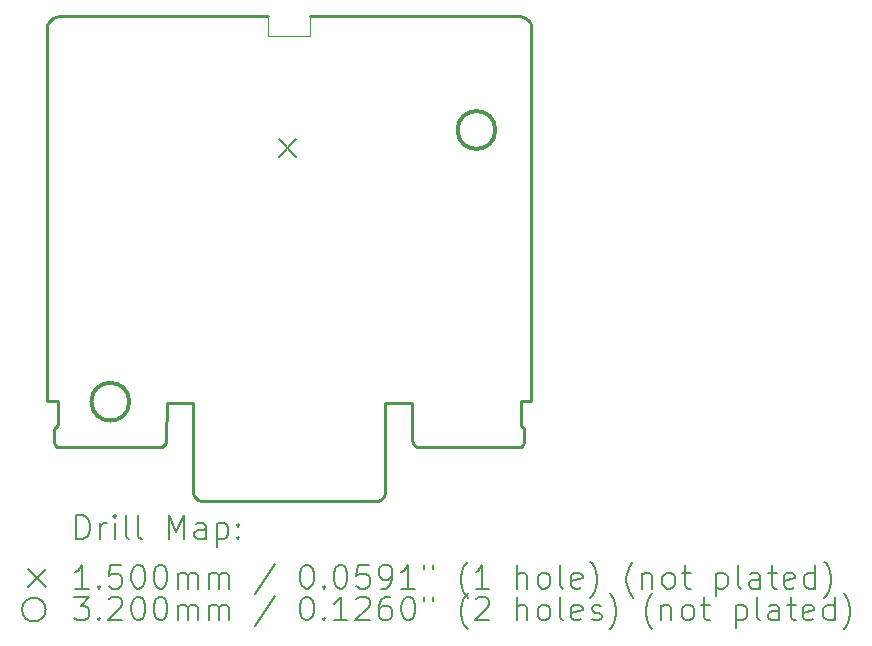
<source format=gbr>
%TF.GenerationSoftware,KiCad,Pcbnew,8.0.2*%
%TF.CreationDate,2024-05-11T12:06:00+10:00*%
%TF.ProjectId,hawk,6861776b-2e6b-4696-9361-645f70636258,1*%
%TF.SameCoordinates,Original*%
%TF.FileFunction,Drillmap*%
%TF.FilePolarity,Positive*%
%FSLAX45Y45*%
G04 Gerber Fmt 4.5, Leading zero omitted, Abs format (unit mm)*
G04 Created by KiCad (PCBNEW 8.0.2) date 2024-05-11 12:06:00*
%MOMM*%
%LPD*%
G01*
G04 APERTURE LIST*
%ADD10C,0.254000*%
%ADD11C,0.100000*%
%ADD12C,0.200000*%
%ADD13C,0.150000*%
%ADD14C,0.320000*%
G04 APERTURE END LIST*
D10*
X14687630Y-8187650D02*
X12914550Y-8187650D01*
X15943130Y-11832890D02*
X15967050Y-11837650D01*
X12881700Y-11812650D02*
X12900000Y-11830950D01*
X13819790Y-11799070D02*
X13824550Y-11775150D01*
D11*
X15037630Y-8187650D02*
X15037630Y-8356600D01*
D10*
X16914550Y-11447650D02*
X16824550Y-11447650D01*
X16800000Y-11837650D02*
X16825000Y-11830950D01*
X12843840Y-8216940D02*
X12827950Y-8237650D01*
X16843300Y-11812650D02*
X16850000Y-11787650D01*
X16911140Y-8261770D02*
X16901150Y-8237650D01*
X16800000Y-11837650D02*
X15967050Y-11837650D01*
X12827950Y-8237650D02*
X12817960Y-8261770D01*
X13785970Y-11832890D02*
X13806240Y-11819340D01*
X12817960Y-8261770D02*
X12814550Y-8287650D01*
X15922860Y-11819340D02*
X15943130Y-11832890D01*
X12900000Y-11830950D02*
X12925000Y-11837650D01*
X13806240Y-11819340D02*
X13819790Y-11799070D01*
X14053550Y-11462650D02*
X13825800Y-11462650D01*
X14071860Y-12269340D02*
X14092130Y-12282890D01*
X16864550Y-8201050D02*
X16840430Y-8191060D01*
X14092130Y-12282890D02*
X14116050Y-12287650D01*
X16824550Y-11447650D02*
X16824550Y-11647650D01*
X15657240Y-12269340D02*
X15670790Y-12249070D01*
X15613050Y-12287650D02*
X14116050Y-12287650D01*
X16825000Y-11830950D02*
X16843300Y-11812650D01*
X15670790Y-12249070D02*
X15675550Y-12225150D01*
X13762050Y-11837650D02*
X13785970Y-11832890D01*
X13762050Y-11837650D02*
X12925000Y-11837650D01*
X14058310Y-12249070D02*
X14071860Y-12269340D01*
X15904550Y-11462650D02*
X15904550Y-11775150D01*
X12864550Y-8201050D02*
X12843840Y-8216940D01*
X12914550Y-8187650D02*
X12888670Y-8191060D01*
X12904550Y-11647650D02*
X12875000Y-11678920D01*
X16850000Y-11678920D02*
X16824550Y-11647650D01*
X16814550Y-8187650D02*
X15037630Y-8187650D01*
X15613050Y-12287650D02*
X15636970Y-12282890D01*
X14053550Y-12225150D02*
X14058310Y-12249070D01*
X12904550Y-11447650D02*
X12904550Y-11647650D01*
X16840430Y-8191060D02*
X16814550Y-8187650D01*
X16885260Y-8216940D02*
X16864550Y-8201050D01*
X12888670Y-8191060D02*
X12864550Y-8201050D01*
X12814550Y-8287650D02*
X12814550Y-11447650D01*
D11*
X15037630Y-8356600D02*
X14687630Y-8356600D01*
D10*
X12875000Y-11787650D02*
X12881700Y-11812650D01*
D11*
X14687630Y-8356600D02*
X14687630Y-8187650D01*
D10*
X15636970Y-12282890D02*
X15657240Y-12269340D01*
X13825800Y-11462650D02*
X13824550Y-11775150D01*
X15904550Y-11462650D02*
X15675550Y-11462650D01*
X12904550Y-11447650D02*
X12814550Y-11447650D01*
X12875000Y-11678920D02*
X12875000Y-11787650D01*
X15675550Y-11462650D02*
X15675550Y-12225150D01*
X14053550Y-11462650D02*
X14053550Y-12225150D01*
X16914550Y-8287650D02*
X16911140Y-8261770D01*
X15909310Y-11799070D02*
X15922860Y-11819340D01*
X16914550Y-8287650D02*
X16914550Y-11447650D01*
X16850000Y-11678920D02*
X16850000Y-11787650D01*
X16901150Y-8237650D02*
X16885260Y-8216940D01*
X15904550Y-11775150D02*
X15909310Y-11799070D01*
D12*
D13*
X14775000Y-9225000D02*
X14925000Y-9375000D01*
X14925000Y-9225000D02*
X14775000Y-9375000D01*
D14*
X13510000Y-11450000D02*
G75*
G02*
X13190000Y-11450000I-160000J0D01*
G01*
X13190000Y-11450000D02*
G75*
G02*
X13510000Y-11450000I160000J0D01*
G01*
X16610000Y-9150000D02*
G75*
G02*
X16290000Y-9150000I-160000J0D01*
G01*
X16290000Y-9150000D02*
G75*
G02*
X16610000Y-9150000I160000J0D01*
G01*
D12*
X13062627Y-12611834D02*
X13062627Y-12411834D01*
X13062627Y-12411834D02*
X13110246Y-12411834D01*
X13110246Y-12411834D02*
X13138817Y-12421358D01*
X13138817Y-12421358D02*
X13157865Y-12440405D01*
X13157865Y-12440405D02*
X13167389Y-12459453D01*
X13167389Y-12459453D02*
X13176912Y-12497548D01*
X13176912Y-12497548D02*
X13176912Y-12526119D01*
X13176912Y-12526119D02*
X13167389Y-12564215D01*
X13167389Y-12564215D02*
X13157865Y-12583262D01*
X13157865Y-12583262D02*
X13138817Y-12602310D01*
X13138817Y-12602310D02*
X13110246Y-12611834D01*
X13110246Y-12611834D02*
X13062627Y-12611834D01*
X13262627Y-12611834D02*
X13262627Y-12478500D01*
X13262627Y-12516596D02*
X13272151Y-12497548D01*
X13272151Y-12497548D02*
X13281674Y-12488024D01*
X13281674Y-12488024D02*
X13300722Y-12478500D01*
X13300722Y-12478500D02*
X13319770Y-12478500D01*
X13386436Y-12611834D02*
X13386436Y-12478500D01*
X13386436Y-12411834D02*
X13376912Y-12421358D01*
X13376912Y-12421358D02*
X13386436Y-12430881D01*
X13386436Y-12430881D02*
X13395960Y-12421358D01*
X13395960Y-12421358D02*
X13386436Y-12411834D01*
X13386436Y-12411834D02*
X13386436Y-12430881D01*
X13510246Y-12611834D02*
X13491198Y-12602310D01*
X13491198Y-12602310D02*
X13481674Y-12583262D01*
X13481674Y-12583262D02*
X13481674Y-12411834D01*
X13615008Y-12611834D02*
X13595960Y-12602310D01*
X13595960Y-12602310D02*
X13586436Y-12583262D01*
X13586436Y-12583262D02*
X13586436Y-12411834D01*
X13843579Y-12611834D02*
X13843579Y-12411834D01*
X13843579Y-12411834D02*
X13910246Y-12554691D01*
X13910246Y-12554691D02*
X13976912Y-12411834D01*
X13976912Y-12411834D02*
X13976912Y-12611834D01*
X14157865Y-12611834D02*
X14157865Y-12507072D01*
X14157865Y-12507072D02*
X14148341Y-12488024D01*
X14148341Y-12488024D02*
X14129293Y-12478500D01*
X14129293Y-12478500D02*
X14091198Y-12478500D01*
X14091198Y-12478500D02*
X14072151Y-12488024D01*
X14157865Y-12602310D02*
X14138817Y-12611834D01*
X14138817Y-12611834D02*
X14091198Y-12611834D01*
X14091198Y-12611834D02*
X14072151Y-12602310D01*
X14072151Y-12602310D02*
X14062627Y-12583262D01*
X14062627Y-12583262D02*
X14062627Y-12564215D01*
X14062627Y-12564215D02*
X14072151Y-12545167D01*
X14072151Y-12545167D02*
X14091198Y-12535643D01*
X14091198Y-12535643D02*
X14138817Y-12535643D01*
X14138817Y-12535643D02*
X14157865Y-12526119D01*
X14253103Y-12478500D02*
X14253103Y-12678500D01*
X14253103Y-12488024D02*
X14272151Y-12478500D01*
X14272151Y-12478500D02*
X14310246Y-12478500D01*
X14310246Y-12478500D02*
X14329293Y-12488024D01*
X14329293Y-12488024D02*
X14338817Y-12497548D01*
X14338817Y-12497548D02*
X14348341Y-12516596D01*
X14348341Y-12516596D02*
X14348341Y-12573738D01*
X14348341Y-12573738D02*
X14338817Y-12592786D01*
X14338817Y-12592786D02*
X14329293Y-12602310D01*
X14329293Y-12602310D02*
X14310246Y-12611834D01*
X14310246Y-12611834D02*
X14272151Y-12611834D01*
X14272151Y-12611834D02*
X14253103Y-12602310D01*
X14434055Y-12592786D02*
X14443579Y-12602310D01*
X14443579Y-12602310D02*
X14434055Y-12611834D01*
X14434055Y-12611834D02*
X14424532Y-12602310D01*
X14424532Y-12602310D02*
X14434055Y-12592786D01*
X14434055Y-12592786D02*
X14434055Y-12611834D01*
X14434055Y-12488024D02*
X14443579Y-12497548D01*
X14443579Y-12497548D02*
X14434055Y-12507072D01*
X14434055Y-12507072D02*
X14424532Y-12497548D01*
X14424532Y-12497548D02*
X14434055Y-12488024D01*
X14434055Y-12488024D02*
X14434055Y-12507072D01*
D13*
X12651850Y-12865350D02*
X12801850Y-13015350D01*
X12801850Y-12865350D02*
X12651850Y-13015350D01*
D12*
X13167389Y-13031834D02*
X13053103Y-13031834D01*
X13110246Y-13031834D02*
X13110246Y-12831834D01*
X13110246Y-12831834D02*
X13091198Y-12860405D01*
X13091198Y-12860405D02*
X13072151Y-12879453D01*
X13072151Y-12879453D02*
X13053103Y-12888977D01*
X13253103Y-13012786D02*
X13262627Y-13022310D01*
X13262627Y-13022310D02*
X13253103Y-13031834D01*
X13253103Y-13031834D02*
X13243579Y-13022310D01*
X13243579Y-13022310D02*
X13253103Y-13012786D01*
X13253103Y-13012786D02*
X13253103Y-13031834D01*
X13443579Y-12831834D02*
X13348341Y-12831834D01*
X13348341Y-12831834D02*
X13338817Y-12927072D01*
X13338817Y-12927072D02*
X13348341Y-12917548D01*
X13348341Y-12917548D02*
X13367389Y-12908024D01*
X13367389Y-12908024D02*
X13415008Y-12908024D01*
X13415008Y-12908024D02*
X13434055Y-12917548D01*
X13434055Y-12917548D02*
X13443579Y-12927072D01*
X13443579Y-12927072D02*
X13453103Y-12946119D01*
X13453103Y-12946119D02*
X13453103Y-12993738D01*
X13453103Y-12993738D02*
X13443579Y-13012786D01*
X13443579Y-13012786D02*
X13434055Y-13022310D01*
X13434055Y-13022310D02*
X13415008Y-13031834D01*
X13415008Y-13031834D02*
X13367389Y-13031834D01*
X13367389Y-13031834D02*
X13348341Y-13022310D01*
X13348341Y-13022310D02*
X13338817Y-13012786D01*
X13576912Y-12831834D02*
X13595960Y-12831834D01*
X13595960Y-12831834D02*
X13615008Y-12841358D01*
X13615008Y-12841358D02*
X13624532Y-12850881D01*
X13624532Y-12850881D02*
X13634055Y-12869929D01*
X13634055Y-12869929D02*
X13643579Y-12908024D01*
X13643579Y-12908024D02*
X13643579Y-12955643D01*
X13643579Y-12955643D02*
X13634055Y-12993738D01*
X13634055Y-12993738D02*
X13624532Y-13012786D01*
X13624532Y-13012786D02*
X13615008Y-13022310D01*
X13615008Y-13022310D02*
X13595960Y-13031834D01*
X13595960Y-13031834D02*
X13576912Y-13031834D01*
X13576912Y-13031834D02*
X13557865Y-13022310D01*
X13557865Y-13022310D02*
X13548341Y-13012786D01*
X13548341Y-13012786D02*
X13538817Y-12993738D01*
X13538817Y-12993738D02*
X13529293Y-12955643D01*
X13529293Y-12955643D02*
X13529293Y-12908024D01*
X13529293Y-12908024D02*
X13538817Y-12869929D01*
X13538817Y-12869929D02*
X13548341Y-12850881D01*
X13548341Y-12850881D02*
X13557865Y-12841358D01*
X13557865Y-12841358D02*
X13576912Y-12831834D01*
X13767389Y-12831834D02*
X13786436Y-12831834D01*
X13786436Y-12831834D02*
X13805484Y-12841358D01*
X13805484Y-12841358D02*
X13815008Y-12850881D01*
X13815008Y-12850881D02*
X13824532Y-12869929D01*
X13824532Y-12869929D02*
X13834055Y-12908024D01*
X13834055Y-12908024D02*
X13834055Y-12955643D01*
X13834055Y-12955643D02*
X13824532Y-12993738D01*
X13824532Y-12993738D02*
X13815008Y-13012786D01*
X13815008Y-13012786D02*
X13805484Y-13022310D01*
X13805484Y-13022310D02*
X13786436Y-13031834D01*
X13786436Y-13031834D02*
X13767389Y-13031834D01*
X13767389Y-13031834D02*
X13748341Y-13022310D01*
X13748341Y-13022310D02*
X13738817Y-13012786D01*
X13738817Y-13012786D02*
X13729293Y-12993738D01*
X13729293Y-12993738D02*
X13719770Y-12955643D01*
X13719770Y-12955643D02*
X13719770Y-12908024D01*
X13719770Y-12908024D02*
X13729293Y-12869929D01*
X13729293Y-12869929D02*
X13738817Y-12850881D01*
X13738817Y-12850881D02*
X13748341Y-12841358D01*
X13748341Y-12841358D02*
X13767389Y-12831834D01*
X13919770Y-13031834D02*
X13919770Y-12898500D01*
X13919770Y-12917548D02*
X13929293Y-12908024D01*
X13929293Y-12908024D02*
X13948341Y-12898500D01*
X13948341Y-12898500D02*
X13976913Y-12898500D01*
X13976913Y-12898500D02*
X13995960Y-12908024D01*
X13995960Y-12908024D02*
X14005484Y-12927072D01*
X14005484Y-12927072D02*
X14005484Y-13031834D01*
X14005484Y-12927072D02*
X14015008Y-12908024D01*
X14015008Y-12908024D02*
X14034055Y-12898500D01*
X14034055Y-12898500D02*
X14062627Y-12898500D01*
X14062627Y-12898500D02*
X14081674Y-12908024D01*
X14081674Y-12908024D02*
X14091198Y-12927072D01*
X14091198Y-12927072D02*
X14091198Y-13031834D01*
X14186436Y-13031834D02*
X14186436Y-12898500D01*
X14186436Y-12917548D02*
X14195960Y-12908024D01*
X14195960Y-12908024D02*
X14215008Y-12898500D01*
X14215008Y-12898500D02*
X14243579Y-12898500D01*
X14243579Y-12898500D02*
X14262627Y-12908024D01*
X14262627Y-12908024D02*
X14272151Y-12927072D01*
X14272151Y-12927072D02*
X14272151Y-13031834D01*
X14272151Y-12927072D02*
X14281674Y-12908024D01*
X14281674Y-12908024D02*
X14300722Y-12898500D01*
X14300722Y-12898500D02*
X14329293Y-12898500D01*
X14329293Y-12898500D02*
X14348341Y-12908024D01*
X14348341Y-12908024D02*
X14357865Y-12927072D01*
X14357865Y-12927072D02*
X14357865Y-13031834D01*
X14748341Y-12822310D02*
X14576913Y-13079453D01*
X15005484Y-12831834D02*
X15024532Y-12831834D01*
X15024532Y-12831834D02*
X15043579Y-12841358D01*
X15043579Y-12841358D02*
X15053103Y-12850881D01*
X15053103Y-12850881D02*
X15062627Y-12869929D01*
X15062627Y-12869929D02*
X15072151Y-12908024D01*
X15072151Y-12908024D02*
X15072151Y-12955643D01*
X15072151Y-12955643D02*
X15062627Y-12993738D01*
X15062627Y-12993738D02*
X15053103Y-13012786D01*
X15053103Y-13012786D02*
X15043579Y-13022310D01*
X15043579Y-13022310D02*
X15024532Y-13031834D01*
X15024532Y-13031834D02*
X15005484Y-13031834D01*
X15005484Y-13031834D02*
X14986436Y-13022310D01*
X14986436Y-13022310D02*
X14976913Y-13012786D01*
X14976913Y-13012786D02*
X14967389Y-12993738D01*
X14967389Y-12993738D02*
X14957865Y-12955643D01*
X14957865Y-12955643D02*
X14957865Y-12908024D01*
X14957865Y-12908024D02*
X14967389Y-12869929D01*
X14967389Y-12869929D02*
X14976913Y-12850881D01*
X14976913Y-12850881D02*
X14986436Y-12841358D01*
X14986436Y-12841358D02*
X15005484Y-12831834D01*
X15157865Y-13012786D02*
X15167389Y-13022310D01*
X15167389Y-13022310D02*
X15157865Y-13031834D01*
X15157865Y-13031834D02*
X15148341Y-13022310D01*
X15148341Y-13022310D02*
X15157865Y-13012786D01*
X15157865Y-13012786D02*
X15157865Y-13031834D01*
X15291198Y-12831834D02*
X15310246Y-12831834D01*
X15310246Y-12831834D02*
X15329294Y-12841358D01*
X15329294Y-12841358D02*
X15338817Y-12850881D01*
X15338817Y-12850881D02*
X15348341Y-12869929D01*
X15348341Y-12869929D02*
X15357865Y-12908024D01*
X15357865Y-12908024D02*
X15357865Y-12955643D01*
X15357865Y-12955643D02*
X15348341Y-12993738D01*
X15348341Y-12993738D02*
X15338817Y-13012786D01*
X15338817Y-13012786D02*
X15329294Y-13022310D01*
X15329294Y-13022310D02*
X15310246Y-13031834D01*
X15310246Y-13031834D02*
X15291198Y-13031834D01*
X15291198Y-13031834D02*
X15272151Y-13022310D01*
X15272151Y-13022310D02*
X15262627Y-13012786D01*
X15262627Y-13012786D02*
X15253103Y-12993738D01*
X15253103Y-12993738D02*
X15243579Y-12955643D01*
X15243579Y-12955643D02*
X15243579Y-12908024D01*
X15243579Y-12908024D02*
X15253103Y-12869929D01*
X15253103Y-12869929D02*
X15262627Y-12850881D01*
X15262627Y-12850881D02*
X15272151Y-12841358D01*
X15272151Y-12841358D02*
X15291198Y-12831834D01*
X15538817Y-12831834D02*
X15443579Y-12831834D01*
X15443579Y-12831834D02*
X15434056Y-12927072D01*
X15434056Y-12927072D02*
X15443579Y-12917548D01*
X15443579Y-12917548D02*
X15462627Y-12908024D01*
X15462627Y-12908024D02*
X15510246Y-12908024D01*
X15510246Y-12908024D02*
X15529294Y-12917548D01*
X15529294Y-12917548D02*
X15538817Y-12927072D01*
X15538817Y-12927072D02*
X15548341Y-12946119D01*
X15548341Y-12946119D02*
X15548341Y-12993738D01*
X15548341Y-12993738D02*
X15538817Y-13012786D01*
X15538817Y-13012786D02*
X15529294Y-13022310D01*
X15529294Y-13022310D02*
X15510246Y-13031834D01*
X15510246Y-13031834D02*
X15462627Y-13031834D01*
X15462627Y-13031834D02*
X15443579Y-13022310D01*
X15443579Y-13022310D02*
X15434056Y-13012786D01*
X15643579Y-13031834D02*
X15681675Y-13031834D01*
X15681675Y-13031834D02*
X15700722Y-13022310D01*
X15700722Y-13022310D02*
X15710246Y-13012786D01*
X15710246Y-13012786D02*
X15729294Y-12984215D01*
X15729294Y-12984215D02*
X15738817Y-12946119D01*
X15738817Y-12946119D02*
X15738817Y-12869929D01*
X15738817Y-12869929D02*
X15729294Y-12850881D01*
X15729294Y-12850881D02*
X15719770Y-12841358D01*
X15719770Y-12841358D02*
X15700722Y-12831834D01*
X15700722Y-12831834D02*
X15662627Y-12831834D01*
X15662627Y-12831834D02*
X15643579Y-12841358D01*
X15643579Y-12841358D02*
X15634056Y-12850881D01*
X15634056Y-12850881D02*
X15624532Y-12869929D01*
X15624532Y-12869929D02*
X15624532Y-12917548D01*
X15624532Y-12917548D02*
X15634056Y-12936596D01*
X15634056Y-12936596D02*
X15643579Y-12946119D01*
X15643579Y-12946119D02*
X15662627Y-12955643D01*
X15662627Y-12955643D02*
X15700722Y-12955643D01*
X15700722Y-12955643D02*
X15719770Y-12946119D01*
X15719770Y-12946119D02*
X15729294Y-12936596D01*
X15729294Y-12936596D02*
X15738817Y-12917548D01*
X15929294Y-13031834D02*
X15815008Y-13031834D01*
X15872151Y-13031834D02*
X15872151Y-12831834D01*
X15872151Y-12831834D02*
X15853103Y-12860405D01*
X15853103Y-12860405D02*
X15834056Y-12879453D01*
X15834056Y-12879453D02*
X15815008Y-12888977D01*
X16005484Y-12831834D02*
X16005484Y-12869929D01*
X16081675Y-12831834D02*
X16081675Y-12869929D01*
X16376913Y-13108024D02*
X16367389Y-13098500D01*
X16367389Y-13098500D02*
X16348341Y-13069929D01*
X16348341Y-13069929D02*
X16338818Y-13050881D01*
X16338818Y-13050881D02*
X16329294Y-13022310D01*
X16329294Y-13022310D02*
X16319770Y-12974691D01*
X16319770Y-12974691D02*
X16319770Y-12936596D01*
X16319770Y-12936596D02*
X16329294Y-12888977D01*
X16329294Y-12888977D02*
X16338818Y-12860405D01*
X16338818Y-12860405D02*
X16348341Y-12841358D01*
X16348341Y-12841358D02*
X16367389Y-12812786D01*
X16367389Y-12812786D02*
X16376913Y-12803262D01*
X16557865Y-13031834D02*
X16443579Y-13031834D01*
X16500722Y-13031834D02*
X16500722Y-12831834D01*
X16500722Y-12831834D02*
X16481675Y-12860405D01*
X16481675Y-12860405D02*
X16462627Y-12879453D01*
X16462627Y-12879453D02*
X16443579Y-12888977D01*
X16795961Y-13031834D02*
X16795961Y-12831834D01*
X16881675Y-13031834D02*
X16881675Y-12927072D01*
X16881675Y-12927072D02*
X16872151Y-12908024D01*
X16872151Y-12908024D02*
X16853103Y-12898500D01*
X16853103Y-12898500D02*
X16824532Y-12898500D01*
X16824532Y-12898500D02*
X16805484Y-12908024D01*
X16805484Y-12908024D02*
X16795961Y-12917548D01*
X17005484Y-13031834D02*
X16986437Y-13022310D01*
X16986437Y-13022310D02*
X16976913Y-13012786D01*
X16976913Y-13012786D02*
X16967389Y-12993738D01*
X16967389Y-12993738D02*
X16967389Y-12936596D01*
X16967389Y-12936596D02*
X16976913Y-12917548D01*
X16976913Y-12917548D02*
X16986437Y-12908024D01*
X16986437Y-12908024D02*
X17005484Y-12898500D01*
X17005484Y-12898500D02*
X17034056Y-12898500D01*
X17034056Y-12898500D02*
X17053103Y-12908024D01*
X17053103Y-12908024D02*
X17062627Y-12917548D01*
X17062627Y-12917548D02*
X17072151Y-12936596D01*
X17072151Y-12936596D02*
X17072151Y-12993738D01*
X17072151Y-12993738D02*
X17062627Y-13012786D01*
X17062627Y-13012786D02*
X17053103Y-13022310D01*
X17053103Y-13022310D02*
X17034056Y-13031834D01*
X17034056Y-13031834D02*
X17005484Y-13031834D01*
X17186437Y-13031834D02*
X17167389Y-13022310D01*
X17167389Y-13022310D02*
X17157865Y-13003262D01*
X17157865Y-13003262D02*
X17157865Y-12831834D01*
X17338818Y-13022310D02*
X17319770Y-13031834D01*
X17319770Y-13031834D02*
X17281675Y-13031834D01*
X17281675Y-13031834D02*
X17262627Y-13022310D01*
X17262627Y-13022310D02*
X17253103Y-13003262D01*
X17253103Y-13003262D02*
X17253103Y-12927072D01*
X17253103Y-12927072D02*
X17262627Y-12908024D01*
X17262627Y-12908024D02*
X17281675Y-12898500D01*
X17281675Y-12898500D02*
X17319770Y-12898500D01*
X17319770Y-12898500D02*
X17338818Y-12908024D01*
X17338818Y-12908024D02*
X17348342Y-12927072D01*
X17348342Y-12927072D02*
X17348342Y-12946119D01*
X17348342Y-12946119D02*
X17253103Y-12965167D01*
X17415008Y-13108024D02*
X17424532Y-13098500D01*
X17424532Y-13098500D02*
X17443580Y-13069929D01*
X17443580Y-13069929D02*
X17453103Y-13050881D01*
X17453103Y-13050881D02*
X17462627Y-13022310D01*
X17462627Y-13022310D02*
X17472151Y-12974691D01*
X17472151Y-12974691D02*
X17472151Y-12936596D01*
X17472151Y-12936596D02*
X17462627Y-12888977D01*
X17462627Y-12888977D02*
X17453103Y-12860405D01*
X17453103Y-12860405D02*
X17443580Y-12841358D01*
X17443580Y-12841358D02*
X17424532Y-12812786D01*
X17424532Y-12812786D02*
X17415008Y-12803262D01*
X17776913Y-13108024D02*
X17767389Y-13098500D01*
X17767389Y-13098500D02*
X17748342Y-13069929D01*
X17748342Y-13069929D02*
X17738818Y-13050881D01*
X17738818Y-13050881D02*
X17729294Y-13022310D01*
X17729294Y-13022310D02*
X17719770Y-12974691D01*
X17719770Y-12974691D02*
X17719770Y-12936596D01*
X17719770Y-12936596D02*
X17729294Y-12888977D01*
X17729294Y-12888977D02*
X17738818Y-12860405D01*
X17738818Y-12860405D02*
X17748342Y-12841358D01*
X17748342Y-12841358D02*
X17767389Y-12812786D01*
X17767389Y-12812786D02*
X17776913Y-12803262D01*
X17853103Y-12898500D02*
X17853103Y-13031834D01*
X17853103Y-12917548D02*
X17862627Y-12908024D01*
X17862627Y-12908024D02*
X17881675Y-12898500D01*
X17881675Y-12898500D02*
X17910246Y-12898500D01*
X17910246Y-12898500D02*
X17929294Y-12908024D01*
X17929294Y-12908024D02*
X17938818Y-12927072D01*
X17938818Y-12927072D02*
X17938818Y-13031834D01*
X18062627Y-13031834D02*
X18043580Y-13022310D01*
X18043580Y-13022310D02*
X18034056Y-13012786D01*
X18034056Y-13012786D02*
X18024532Y-12993738D01*
X18024532Y-12993738D02*
X18024532Y-12936596D01*
X18024532Y-12936596D02*
X18034056Y-12917548D01*
X18034056Y-12917548D02*
X18043580Y-12908024D01*
X18043580Y-12908024D02*
X18062627Y-12898500D01*
X18062627Y-12898500D02*
X18091199Y-12898500D01*
X18091199Y-12898500D02*
X18110246Y-12908024D01*
X18110246Y-12908024D02*
X18119770Y-12917548D01*
X18119770Y-12917548D02*
X18129294Y-12936596D01*
X18129294Y-12936596D02*
X18129294Y-12993738D01*
X18129294Y-12993738D02*
X18119770Y-13012786D01*
X18119770Y-13012786D02*
X18110246Y-13022310D01*
X18110246Y-13022310D02*
X18091199Y-13031834D01*
X18091199Y-13031834D02*
X18062627Y-13031834D01*
X18186437Y-12898500D02*
X18262627Y-12898500D01*
X18215008Y-12831834D02*
X18215008Y-13003262D01*
X18215008Y-13003262D02*
X18224532Y-13022310D01*
X18224532Y-13022310D02*
X18243580Y-13031834D01*
X18243580Y-13031834D02*
X18262627Y-13031834D01*
X18481675Y-12898500D02*
X18481675Y-13098500D01*
X18481675Y-12908024D02*
X18500723Y-12898500D01*
X18500723Y-12898500D02*
X18538818Y-12898500D01*
X18538818Y-12898500D02*
X18557865Y-12908024D01*
X18557865Y-12908024D02*
X18567389Y-12917548D01*
X18567389Y-12917548D02*
X18576913Y-12936596D01*
X18576913Y-12936596D02*
X18576913Y-12993738D01*
X18576913Y-12993738D02*
X18567389Y-13012786D01*
X18567389Y-13012786D02*
X18557865Y-13022310D01*
X18557865Y-13022310D02*
X18538818Y-13031834D01*
X18538818Y-13031834D02*
X18500723Y-13031834D01*
X18500723Y-13031834D02*
X18481675Y-13022310D01*
X18691199Y-13031834D02*
X18672151Y-13022310D01*
X18672151Y-13022310D02*
X18662627Y-13003262D01*
X18662627Y-13003262D02*
X18662627Y-12831834D01*
X18853104Y-13031834D02*
X18853104Y-12927072D01*
X18853104Y-12927072D02*
X18843580Y-12908024D01*
X18843580Y-12908024D02*
X18824532Y-12898500D01*
X18824532Y-12898500D02*
X18786437Y-12898500D01*
X18786437Y-12898500D02*
X18767389Y-12908024D01*
X18853104Y-13022310D02*
X18834056Y-13031834D01*
X18834056Y-13031834D02*
X18786437Y-13031834D01*
X18786437Y-13031834D02*
X18767389Y-13022310D01*
X18767389Y-13022310D02*
X18757865Y-13003262D01*
X18757865Y-13003262D02*
X18757865Y-12984215D01*
X18757865Y-12984215D02*
X18767389Y-12965167D01*
X18767389Y-12965167D02*
X18786437Y-12955643D01*
X18786437Y-12955643D02*
X18834056Y-12955643D01*
X18834056Y-12955643D02*
X18853104Y-12946119D01*
X18919770Y-12898500D02*
X18995961Y-12898500D01*
X18948342Y-12831834D02*
X18948342Y-13003262D01*
X18948342Y-13003262D02*
X18957865Y-13022310D01*
X18957865Y-13022310D02*
X18976913Y-13031834D01*
X18976913Y-13031834D02*
X18995961Y-13031834D01*
X19138818Y-13022310D02*
X19119770Y-13031834D01*
X19119770Y-13031834D02*
X19081675Y-13031834D01*
X19081675Y-13031834D02*
X19062627Y-13022310D01*
X19062627Y-13022310D02*
X19053104Y-13003262D01*
X19053104Y-13003262D02*
X19053104Y-12927072D01*
X19053104Y-12927072D02*
X19062627Y-12908024D01*
X19062627Y-12908024D02*
X19081675Y-12898500D01*
X19081675Y-12898500D02*
X19119770Y-12898500D01*
X19119770Y-12898500D02*
X19138818Y-12908024D01*
X19138818Y-12908024D02*
X19148342Y-12927072D01*
X19148342Y-12927072D02*
X19148342Y-12946119D01*
X19148342Y-12946119D02*
X19053104Y-12965167D01*
X19319770Y-13031834D02*
X19319770Y-12831834D01*
X19319770Y-13022310D02*
X19300723Y-13031834D01*
X19300723Y-13031834D02*
X19262627Y-13031834D01*
X19262627Y-13031834D02*
X19243580Y-13022310D01*
X19243580Y-13022310D02*
X19234056Y-13012786D01*
X19234056Y-13012786D02*
X19224532Y-12993738D01*
X19224532Y-12993738D02*
X19224532Y-12936596D01*
X19224532Y-12936596D02*
X19234056Y-12917548D01*
X19234056Y-12917548D02*
X19243580Y-12908024D01*
X19243580Y-12908024D02*
X19262627Y-12898500D01*
X19262627Y-12898500D02*
X19300723Y-12898500D01*
X19300723Y-12898500D02*
X19319770Y-12908024D01*
X19395961Y-13108024D02*
X19405485Y-13098500D01*
X19405485Y-13098500D02*
X19424532Y-13069929D01*
X19424532Y-13069929D02*
X19434056Y-13050881D01*
X19434056Y-13050881D02*
X19443580Y-13022310D01*
X19443580Y-13022310D02*
X19453104Y-12974691D01*
X19453104Y-12974691D02*
X19453104Y-12936596D01*
X19453104Y-12936596D02*
X19443580Y-12888977D01*
X19443580Y-12888977D02*
X19434056Y-12860405D01*
X19434056Y-12860405D02*
X19424532Y-12841358D01*
X19424532Y-12841358D02*
X19405485Y-12812786D01*
X19405485Y-12812786D02*
X19395961Y-12803262D01*
X12801850Y-13210350D02*
G75*
G02*
X12601850Y-13210350I-100000J0D01*
G01*
X12601850Y-13210350D02*
G75*
G02*
X12801850Y-13210350I100000J0D01*
G01*
X13043579Y-13101834D02*
X13167389Y-13101834D01*
X13167389Y-13101834D02*
X13100722Y-13178024D01*
X13100722Y-13178024D02*
X13129293Y-13178024D01*
X13129293Y-13178024D02*
X13148341Y-13187548D01*
X13148341Y-13187548D02*
X13157865Y-13197072D01*
X13157865Y-13197072D02*
X13167389Y-13216119D01*
X13167389Y-13216119D02*
X13167389Y-13263738D01*
X13167389Y-13263738D02*
X13157865Y-13282786D01*
X13157865Y-13282786D02*
X13148341Y-13292310D01*
X13148341Y-13292310D02*
X13129293Y-13301834D01*
X13129293Y-13301834D02*
X13072151Y-13301834D01*
X13072151Y-13301834D02*
X13053103Y-13292310D01*
X13053103Y-13292310D02*
X13043579Y-13282786D01*
X13253103Y-13282786D02*
X13262627Y-13292310D01*
X13262627Y-13292310D02*
X13253103Y-13301834D01*
X13253103Y-13301834D02*
X13243579Y-13292310D01*
X13243579Y-13292310D02*
X13253103Y-13282786D01*
X13253103Y-13282786D02*
X13253103Y-13301834D01*
X13338817Y-13120881D02*
X13348341Y-13111358D01*
X13348341Y-13111358D02*
X13367389Y-13101834D01*
X13367389Y-13101834D02*
X13415008Y-13101834D01*
X13415008Y-13101834D02*
X13434055Y-13111358D01*
X13434055Y-13111358D02*
X13443579Y-13120881D01*
X13443579Y-13120881D02*
X13453103Y-13139929D01*
X13453103Y-13139929D02*
X13453103Y-13158977D01*
X13453103Y-13158977D02*
X13443579Y-13187548D01*
X13443579Y-13187548D02*
X13329293Y-13301834D01*
X13329293Y-13301834D02*
X13453103Y-13301834D01*
X13576912Y-13101834D02*
X13595960Y-13101834D01*
X13595960Y-13101834D02*
X13615008Y-13111358D01*
X13615008Y-13111358D02*
X13624532Y-13120881D01*
X13624532Y-13120881D02*
X13634055Y-13139929D01*
X13634055Y-13139929D02*
X13643579Y-13178024D01*
X13643579Y-13178024D02*
X13643579Y-13225643D01*
X13643579Y-13225643D02*
X13634055Y-13263738D01*
X13634055Y-13263738D02*
X13624532Y-13282786D01*
X13624532Y-13282786D02*
X13615008Y-13292310D01*
X13615008Y-13292310D02*
X13595960Y-13301834D01*
X13595960Y-13301834D02*
X13576912Y-13301834D01*
X13576912Y-13301834D02*
X13557865Y-13292310D01*
X13557865Y-13292310D02*
X13548341Y-13282786D01*
X13548341Y-13282786D02*
X13538817Y-13263738D01*
X13538817Y-13263738D02*
X13529293Y-13225643D01*
X13529293Y-13225643D02*
X13529293Y-13178024D01*
X13529293Y-13178024D02*
X13538817Y-13139929D01*
X13538817Y-13139929D02*
X13548341Y-13120881D01*
X13548341Y-13120881D02*
X13557865Y-13111358D01*
X13557865Y-13111358D02*
X13576912Y-13101834D01*
X13767389Y-13101834D02*
X13786436Y-13101834D01*
X13786436Y-13101834D02*
X13805484Y-13111358D01*
X13805484Y-13111358D02*
X13815008Y-13120881D01*
X13815008Y-13120881D02*
X13824532Y-13139929D01*
X13824532Y-13139929D02*
X13834055Y-13178024D01*
X13834055Y-13178024D02*
X13834055Y-13225643D01*
X13834055Y-13225643D02*
X13824532Y-13263738D01*
X13824532Y-13263738D02*
X13815008Y-13282786D01*
X13815008Y-13282786D02*
X13805484Y-13292310D01*
X13805484Y-13292310D02*
X13786436Y-13301834D01*
X13786436Y-13301834D02*
X13767389Y-13301834D01*
X13767389Y-13301834D02*
X13748341Y-13292310D01*
X13748341Y-13292310D02*
X13738817Y-13282786D01*
X13738817Y-13282786D02*
X13729293Y-13263738D01*
X13729293Y-13263738D02*
X13719770Y-13225643D01*
X13719770Y-13225643D02*
X13719770Y-13178024D01*
X13719770Y-13178024D02*
X13729293Y-13139929D01*
X13729293Y-13139929D02*
X13738817Y-13120881D01*
X13738817Y-13120881D02*
X13748341Y-13111358D01*
X13748341Y-13111358D02*
X13767389Y-13101834D01*
X13919770Y-13301834D02*
X13919770Y-13168500D01*
X13919770Y-13187548D02*
X13929293Y-13178024D01*
X13929293Y-13178024D02*
X13948341Y-13168500D01*
X13948341Y-13168500D02*
X13976913Y-13168500D01*
X13976913Y-13168500D02*
X13995960Y-13178024D01*
X13995960Y-13178024D02*
X14005484Y-13197072D01*
X14005484Y-13197072D02*
X14005484Y-13301834D01*
X14005484Y-13197072D02*
X14015008Y-13178024D01*
X14015008Y-13178024D02*
X14034055Y-13168500D01*
X14034055Y-13168500D02*
X14062627Y-13168500D01*
X14062627Y-13168500D02*
X14081674Y-13178024D01*
X14081674Y-13178024D02*
X14091198Y-13197072D01*
X14091198Y-13197072D02*
X14091198Y-13301834D01*
X14186436Y-13301834D02*
X14186436Y-13168500D01*
X14186436Y-13187548D02*
X14195960Y-13178024D01*
X14195960Y-13178024D02*
X14215008Y-13168500D01*
X14215008Y-13168500D02*
X14243579Y-13168500D01*
X14243579Y-13168500D02*
X14262627Y-13178024D01*
X14262627Y-13178024D02*
X14272151Y-13197072D01*
X14272151Y-13197072D02*
X14272151Y-13301834D01*
X14272151Y-13197072D02*
X14281674Y-13178024D01*
X14281674Y-13178024D02*
X14300722Y-13168500D01*
X14300722Y-13168500D02*
X14329293Y-13168500D01*
X14329293Y-13168500D02*
X14348341Y-13178024D01*
X14348341Y-13178024D02*
X14357865Y-13197072D01*
X14357865Y-13197072D02*
X14357865Y-13301834D01*
X14748341Y-13092310D02*
X14576913Y-13349453D01*
X15005484Y-13101834D02*
X15024532Y-13101834D01*
X15024532Y-13101834D02*
X15043579Y-13111358D01*
X15043579Y-13111358D02*
X15053103Y-13120881D01*
X15053103Y-13120881D02*
X15062627Y-13139929D01*
X15062627Y-13139929D02*
X15072151Y-13178024D01*
X15072151Y-13178024D02*
X15072151Y-13225643D01*
X15072151Y-13225643D02*
X15062627Y-13263738D01*
X15062627Y-13263738D02*
X15053103Y-13282786D01*
X15053103Y-13282786D02*
X15043579Y-13292310D01*
X15043579Y-13292310D02*
X15024532Y-13301834D01*
X15024532Y-13301834D02*
X15005484Y-13301834D01*
X15005484Y-13301834D02*
X14986436Y-13292310D01*
X14986436Y-13292310D02*
X14976913Y-13282786D01*
X14976913Y-13282786D02*
X14967389Y-13263738D01*
X14967389Y-13263738D02*
X14957865Y-13225643D01*
X14957865Y-13225643D02*
X14957865Y-13178024D01*
X14957865Y-13178024D02*
X14967389Y-13139929D01*
X14967389Y-13139929D02*
X14976913Y-13120881D01*
X14976913Y-13120881D02*
X14986436Y-13111358D01*
X14986436Y-13111358D02*
X15005484Y-13101834D01*
X15157865Y-13282786D02*
X15167389Y-13292310D01*
X15167389Y-13292310D02*
X15157865Y-13301834D01*
X15157865Y-13301834D02*
X15148341Y-13292310D01*
X15148341Y-13292310D02*
X15157865Y-13282786D01*
X15157865Y-13282786D02*
X15157865Y-13301834D01*
X15357865Y-13301834D02*
X15243579Y-13301834D01*
X15300722Y-13301834D02*
X15300722Y-13101834D01*
X15300722Y-13101834D02*
X15281675Y-13130405D01*
X15281675Y-13130405D02*
X15262627Y-13149453D01*
X15262627Y-13149453D02*
X15243579Y-13158977D01*
X15434056Y-13120881D02*
X15443579Y-13111358D01*
X15443579Y-13111358D02*
X15462627Y-13101834D01*
X15462627Y-13101834D02*
X15510246Y-13101834D01*
X15510246Y-13101834D02*
X15529294Y-13111358D01*
X15529294Y-13111358D02*
X15538817Y-13120881D01*
X15538817Y-13120881D02*
X15548341Y-13139929D01*
X15548341Y-13139929D02*
X15548341Y-13158977D01*
X15548341Y-13158977D02*
X15538817Y-13187548D01*
X15538817Y-13187548D02*
X15424532Y-13301834D01*
X15424532Y-13301834D02*
X15548341Y-13301834D01*
X15719770Y-13101834D02*
X15681675Y-13101834D01*
X15681675Y-13101834D02*
X15662627Y-13111358D01*
X15662627Y-13111358D02*
X15653103Y-13120881D01*
X15653103Y-13120881D02*
X15634056Y-13149453D01*
X15634056Y-13149453D02*
X15624532Y-13187548D01*
X15624532Y-13187548D02*
X15624532Y-13263738D01*
X15624532Y-13263738D02*
X15634056Y-13282786D01*
X15634056Y-13282786D02*
X15643579Y-13292310D01*
X15643579Y-13292310D02*
X15662627Y-13301834D01*
X15662627Y-13301834D02*
X15700722Y-13301834D01*
X15700722Y-13301834D02*
X15719770Y-13292310D01*
X15719770Y-13292310D02*
X15729294Y-13282786D01*
X15729294Y-13282786D02*
X15738817Y-13263738D01*
X15738817Y-13263738D02*
X15738817Y-13216119D01*
X15738817Y-13216119D02*
X15729294Y-13197072D01*
X15729294Y-13197072D02*
X15719770Y-13187548D01*
X15719770Y-13187548D02*
X15700722Y-13178024D01*
X15700722Y-13178024D02*
X15662627Y-13178024D01*
X15662627Y-13178024D02*
X15643579Y-13187548D01*
X15643579Y-13187548D02*
X15634056Y-13197072D01*
X15634056Y-13197072D02*
X15624532Y-13216119D01*
X15862627Y-13101834D02*
X15881675Y-13101834D01*
X15881675Y-13101834D02*
X15900722Y-13111358D01*
X15900722Y-13111358D02*
X15910246Y-13120881D01*
X15910246Y-13120881D02*
X15919770Y-13139929D01*
X15919770Y-13139929D02*
X15929294Y-13178024D01*
X15929294Y-13178024D02*
X15929294Y-13225643D01*
X15929294Y-13225643D02*
X15919770Y-13263738D01*
X15919770Y-13263738D02*
X15910246Y-13282786D01*
X15910246Y-13282786D02*
X15900722Y-13292310D01*
X15900722Y-13292310D02*
X15881675Y-13301834D01*
X15881675Y-13301834D02*
X15862627Y-13301834D01*
X15862627Y-13301834D02*
X15843579Y-13292310D01*
X15843579Y-13292310D02*
X15834056Y-13282786D01*
X15834056Y-13282786D02*
X15824532Y-13263738D01*
X15824532Y-13263738D02*
X15815008Y-13225643D01*
X15815008Y-13225643D02*
X15815008Y-13178024D01*
X15815008Y-13178024D02*
X15824532Y-13139929D01*
X15824532Y-13139929D02*
X15834056Y-13120881D01*
X15834056Y-13120881D02*
X15843579Y-13111358D01*
X15843579Y-13111358D02*
X15862627Y-13101834D01*
X16005484Y-13101834D02*
X16005484Y-13139929D01*
X16081675Y-13101834D02*
X16081675Y-13139929D01*
X16376913Y-13378024D02*
X16367389Y-13368500D01*
X16367389Y-13368500D02*
X16348341Y-13339929D01*
X16348341Y-13339929D02*
X16338818Y-13320881D01*
X16338818Y-13320881D02*
X16329294Y-13292310D01*
X16329294Y-13292310D02*
X16319770Y-13244691D01*
X16319770Y-13244691D02*
X16319770Y-13206596D01*
X16319770Y-13206596D02*
X16329294Y-13158977D01*
X16329294Y-13158977D02*
X16338818Y-13130405D01*
X16338818Y-13130405D02*
X16348341Y-13111358D01*
X16348341Y-13111358D02*
X16367389Y-13082786D01*
X16367389Y-13082786D02*
X16376913Y-13073262D01*
X16443579Y-13120881D02*
X16453103Y-13111358D01*
X16453103Y-13111358D02*
X16472151Y-13101834D01*
X16472151Y-13101834D02*
X16519770Y-13101834D01*
X16519770Y-13101834D02*
X16538818Y-13111358D01*
X16538818Y-13111358D02*
X16548341Y-13120881D01*
X16548341Y-13120881D02*
X16557865Y-13139929D01*
X16557865Y-13139929D02*
X16557865Y-13158977D01*
X16557865Y-13158977D02*
X16548341Y-13187548D01*
X16548341Y-13187548D02*
X16434056Y-13301834D01*
X16434056Y-13301834D02*
X16557865Y-13301834D01*
X16795961Y-13301834D02*
X16795961Y-13101834D01*
X16881675Y-13301834D02*
X16881675Y-13197072D01*
X16881675Y-13197072D02*
X16872151Y-13178024D01*
X16872151Y-13178024D02*
X16853103Y-13168500D01*
X16853103Y-13168500D02*
X16824532Y-13168500D01*
X16824532Y-13168500D02*
X16805484Y-13178024D01*
X16805484Y-13178024D02*
X16795961Y-13187548D01*
X17005484Y-13301834D02*
X16986437Y-13292310D01*
X16986437Y-13292310D02*
X16976913Y-13282786D01*
X16976913Y-13282786D02*
X16967389Y-13263738D01*
X16967389Y-13263738D02*
X16967389Y-13206596D01*
X16967389Y-13206596D02*
X16976913Y-13187548D01*
X16976913Y-13187548D02*
X16986437Y-13178024D01*
X16986437Y-13178024D02*
X17005484Y-13168500D01*
X17005484Y-13168500D02*
X17034056Y-13168500D01*
X17034056Y-13168500D02*
X17053103Y-13178024D01*
X17053103Y-13178024D02*
X17062627Y-13187548D01*
X17062627Y-13187548D02*
X17072151Y-13206596D01*
X17072151Y-13206596D02*
X17072151Y-13263738D01*
X17072151Y-13263738D02*
X17062627Y-13282786D01*
X17062627Y-13282786D02*
X17053103Y-13292310D01*
X17053103Y-13292310D02*
X17034056Y-13301834D01*
X17034056Y-13301834D02*
X17005484Y-13301834D01*
X17186437Y-13301834D02*
X17167389Y-13292310D01*
X17167389Y-13292310D02*
X17157865Y-13273262D01*
X17157865Y-13273262D02*
X17157865Y-13101834D01*
X17338818Y-13292310D02*
X17319770Y-13301834D01*
X17319770Y-13301834D02*
X17281675Y-13301834D01*
X17281675Y-13301834D02*
X17262627Y-13292310D01*
X17262627Y-13292310D02*
X17253103Y-13273262D01*
X17253103Y-13273262D02*
X17253103Y-13197072D01*
X17253103Y-13197072D02*
X17262627Y-13178024D01*
X17262627Y-13178024D02*
X17281675Y-13168500D01*
X17281675Y-13168500D02*
X17319770Y-13168500D01*
X17319770Y-13168500D02*
X17338818Y-13178024D01*
X17338818Y-13178024D02*
X17348342Y-13197072D01*
X17348342Y-13197072D02*
X17348342Y-13216119D01*
X17348342Y-13216119D02*
X17253103Y-13235167D01*
X17424532Y-13292310D02*
X17443580Y-13301834D01*
X17443580Y-13301834D02*
X17481675Y-13301834D01*
X17481675Y-13301834D02*
X17500723Y-13292310D01*
X17500723Y-13292310D02*
X17510246Y-13273262D01*
X17510246Y-13273262D02*
X17510246Y-13263738D01*
X17510246Y-13263738D02*
X17500723Y-13244691D01*
X17500723Y-13244691D02*
X17481675Y-13235167D01*
X17481675Y-13235167D02*
X17453103Y-13235167D01*
X17453103Y-13235167D02*
X17434056Y-13225643D01*
X17434056Y-13225643D02*
X17424532Y-13206596D01*
X17424532Y-13206596D02*
X17424532Y-13197072D01*
X17424532Y-13197072D02*
X17434056Y-13178024D01*
X17434056Y-13178024D02*
X17453103Y-13168500D01*
X17453103Y-13168500D02*
X17481675Y-13168500D01*
X17481675Y-13168500D02*
X17500723Y-13178024D01*
X17576913Y-13378024D02*
X17586437Y-13368500D01*
X17586437Y-13368500D02*
X17605484Y-13339929D01*
X17605484Y-13339929D02*
X17615008Y-13320881D01*
X17615008Y-13320881D02*
X17624532Y-13292310D01*
X17624532Y-13292310D02*
X17634056Y-13244691D01*
X17634056Y-13244691D02*
X17634056Y-13206596D01*
X17634056Y-13206596D02*
X17624532Y-13158977D01*
X17624532Y-13158977D02*
X17615008Y-13130405D01*
X17615008Y-13130405D02*
X17605484Y-13111358D01*
X17605484Y-13111358D02*
X17586437Y-13082786D01*
X17586437Y-13082786D02*
X17576913Y-13073262D01*
X17938818Y-13378024D02*
X17929294Y-13368500D01*
X17929294Y-13368500D02*
X17910246Y-13339929D01*
X17910246Y-13339929D02*
X17900723Y-13320881D01*
X17900723Y-13320881D02*
X17891199Y-13292310D01*
X17891199Y-13292310D02*
X17881675Y-13244691D01*
X17881675Y-13244691D02*
X17881675Y-13206596D01*
X17881675Y-13206596D02*
X17891199Y-13158977D01*
X17891199Y-13158977D02*
X17900723Y-13130405D01*
X17900723Y-13130405D02*
X17910246Y-13111358D01*
X17910246Y-13111358D02*
X17929294Y-13082786D01*
X17929294Y-13082786D02*
X17938818Y-13073262D01*
X18015008Y-13168500D02*
X18015008Y-13301834D01*
X18015008Y-13187548D02*
X18024532Y-13178024D01*
X18024532Y-13178024D02*
X18043580Y-13168500D01*
X18043580Y-13168500D02*
X18072151Y-13168500D01*
X18072151Y-13168500D02*
X18091199Y-13178024D01*
X18091199Y-13178024D02*
X18100723Y-13197072D01*
X18100723Y-13197072D02*
X18100723Y-13301834D01*
X18224532Y-13301834D02*
X18205484Y-13292310D01*
X18205484Y-13292310D02*
X18195961Y-13282786D01*
X18195961Y-13282786D02*
X18186437Y-13263738D01*
X18186437Y-13263738D02*
X18186437Y-13206596D01*
X18186437Y-13206596D02*
X18195961Y-13187548D01*
X18195961Y-13187548D02*
X18205484Y-13178024D01*
X18205484Y-13178024D02*
X18224532Y-13168500D01*
X18224532Y-13168500D02*
X18253104Y-13168500D01*
X18253104Y-13168500D02*
X18272151Y-13178024D01*
X18272151Y-13178024D02*
X18281675Y-13187548D01*
X18281675Y-13187548D02*
X18291199Y-13206596D01*
X18291199Y-13206596D02*
X18291199Y-13263738D01*
X18291199Y-13263738D02*
X18281675Y-13282786D01*
X18281675Y-13282786D02*
X18272151Y-13292310D01*
X18272151Y-13292310D02*
X18253104Y-13301834D01*
X18253104Y-13301834D02*
X18224532Y-13301834D01*
X18348342Y-13168500D02*
X18424532Y-13168500D01*
X18376913Y-13101834D02*
X18376913Y-13273262D01*
X18376913Y-13273262D02*
X18386437Y-13292310D01*
X18386437Y-13292310D02*
X18405484Y-13301834D01*
X18405484Y-13301834D02*
X18424532Y-13301834D01*
X18643580Y-13168500D02*
X18643580Y-13368500D01*
X18643580Y-13178024D02*
X18662627Y-13168500D01*
X18662627Y-13168500D02*
X18700723Y-13168500D01*
X18700723Y-13168500D02*
X18719770Y-13178024D01*
X18719770Y-13178024D02*
X18729294Y-13187548D01*
X18729294Y-13187548D02*
X18738818Y-13206596D01*
X18738818Y-13206596D02*
X18738818Y-13263738D01*
X18738818Y-13263738D02*
X18729294Y-13282786D01*
X18729294Y-13282786D02*
X18719770Y-13292310D01*
X18719770Y-13292310D02*
X18700723Y-13301834D01*
X18700723Y-13301834D02*
X18662627Y-13301834D01*
X18662627Y-13301834D02*
X18643580Y-13292310D01*
X18853104Y-13301834D02*
X18834056Y-13292310D01*
X18834056Y-13292310D02*
X18824532Y-13273262D01*
X18824532Y-13273262D02*
X18824532Y-13101834D01*
X19015008Y-13301834D02*
X19015008Y-13197072D01*
X19015008Y-13197072D02*
X19005485Y-13178024D01*
X19005485Y-13178024D02*
X18986437Y-13168500D01*
X18986437Y-13168500D02*
X18948342Y-13168500D01*
X18948342Y-13168500D02*
X18929294Y-13178024D01*
X19015008Y-13292310D02*
X18995961Y-13301834D01*
X18995961Y-13301834D02*
X18948342Y-13301834D01*
X18948342Y-13301834D02*
X18929294Y-13292310D01*
X18929294Y-13292310D02*
X18919770Y-13273262D01*
X18919770Y-13273262D02*
X18919770Y-13254215D01*
X18919770Y-13254215D02*
X18929294Y-13235167D01*
X18929294Y-13235167D02*
X18948342Y-13225643D01*
X18948342Y-13225643D02*
X18995961Y-13225643D01*
X18995961Y-13225643D02*
X19015008Y-13216119D01*
X19081675Y-13168500D02*
X19157865Y-13168500D01*
X19110246Y-13101834D02*
X19110246Y-13273262D01*
X19110246Y-13273262D02*
X19119770Y-13292310D01*
X19119770Y-13292310D02*
X19138818Y-13301834D01*
X19138818Y-13301834D02*
X19157865Y-13301834D01*
X19300723Y-13292310D02*
X19281675Y-13301834D01*
X19281675Y-13301834D02*
X19243580Y-13301834D01*
X19243580Y-13301834D02*
X19224532Y-13292310D01*
X19224532Y-13292310D02*
X19215008Y-13273262D01*
X19215008Y-13273262D02*
X19215008Y-13197072D01*
X19215008Y-13197072D02*
X19224532Y-13178024D01*
X19224532Y-13178024D02*
X19243580Y-13168500D01*
X19243580Y-13168500D02*
X19281675Y-13168500D01*
X19281675Y-13168500D02*
X19300723Y-13178024D01*
X19300723Y-13178024D02*
X19310246Y-13197072D01*
X19310246Y-13197072D02*
X19310246Y-13216119D01*
X19310246Y-13216119D02*
X19215008Y-13235167D01*
X19481675Y-13301834D02*
X19481675Y-13101834D01*
X19481675Y-13292310D02*
X19462627Y-13301834D01*
X19462627Y-13301834D02*
X19424532Y-13301834D01*
X19424532Y-13301834D02*
X19405485Y-13292310D01*
X19405485Y-13292310D02*
X19395961Y-13282786D01*
X19395961Y-13282786D02*
X19386437Y-13263738D01*
X19386437Y-13263738D02*
X19386437Y-13206596D01*
X19386437Y-13206596D02*
X19395961Y-13187548D01*
X19395961Y-13187548D02*
X19405485Y-13178024D01*
X19405485Y-13178024D02*
X19424532Y-13168500D01*
X19424532Y-13168500D02*
X19462627Y-13168500D01*
X19462627Y-13168500D02*
X19481675Y-13178024D01*
X19557866Y-13378024D02*
X19567389Y-13368500D01*
X19567389Y-13368500D02*
X19586437Y-13339929D01*
X19586437Y-13339929D02*
X19595961Y-13320881D01*
X19595961Y-13320881D02*
X19605485Y-13292310D01*
X19605485Y-13292310D02*
X19615008Y-13244691D01*
X19615008Y-13244691D02*
X19615008Y-13206596D01*
X19615008Y-13206596D02*
X19605485Y-13158977D01*
X19605485Y-13158977D02*
X19595961Y-13130405D01*
X19595961Y-13130405D02*
X19586437Y-13111358D01*
X19586437Y-13111358D02*
X19567389Y-13082786D01*
X19567389Y-13082786D02*
X19557866Y-13073262D01*
M02*

</source>
